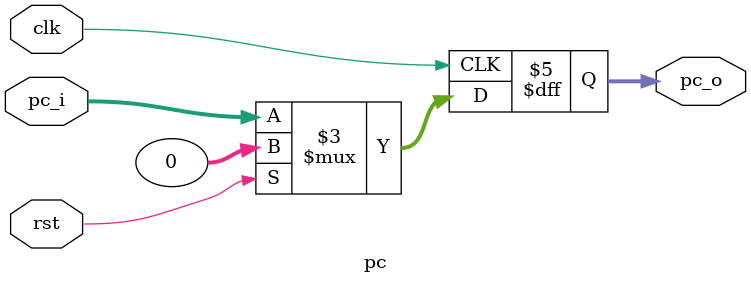
<source format=v>
module pc (
        input clk,rst,
        input [31:0]   pc_i,
        output reg [31:0]   pc_o
);



always @(posedge clk ) begin
    if (rst) begin
        pc_o <= 32'b0;
    end else begin
        pc_o <=  pc_i;
    end
end
    
endmodule
</source>
